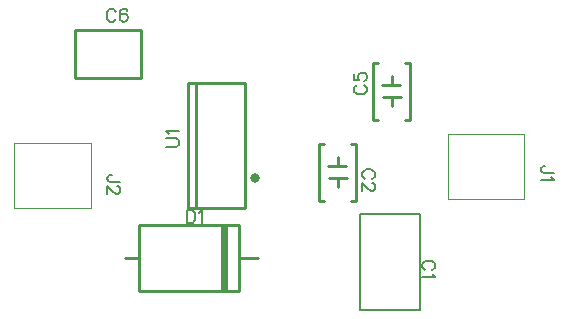
<source format=gto>
G04 Layer: TopSilkscreenLayer*
G04 EasyEDA v6.5.34, 2023-12-21 17:11:59*
G04 12d045cc0dbe4403be4ac363432de5ab,1733c34252f04aa8848ca1e28a7e2cb8,10*
G04 Gerber Generator version 0.2*
G04 Scale: 100 percent, Rotated: No, Reflected: No *
G04 Dimensions in millimeters *
G04 leading zeros omitted , absolute positions ,4 integer and 5 decimal *
%FSLAX45Y45*%
%MOMM*%

%ADD10C,0.1524*%
%ADD11C,0.1778*%
%ADD12C,0.2540*%
%ADD13C,0.1001*%
%ADD14C,0.4000*%

%LPD*%
D10*
X3759708Y480821D02*
G01*
X3770122Y486155D01*
X3780536Y496570D01*
X3785615Y506729D01*
X3785615Y527557D01*
X3780536Y537971D01*
X3770122Y548386D01*
X3759708Y553720D01*
X3743959Y558800D01*
X3718052Y558800D01*
X3702558Y553720D01*
X3692143Y548386D01*
X3681729Y537971D01*
X3676650Y527557D01*
X3676650Y506729D01*
X3681729Y496570D01*
X3692143Y486155D01*
X3702558Y480821D01*
X3764788Y446531D02*
G01*
X3770122Y436118D01*
X3785615Y420623D01*
X3676650Y420623D01*
X3251708Y1255521D02*
G01*
X3262122Y1260855D01*
X3272536Y1271270D01*
X3277615Y1281429D01*
X3277615Y1302257D01*
X3272536Y1312671D01*
X3262122Y1323086D01*
X3251708Y1328420D01*
X3235959Y1333500D01*
X3210052Y1333500D01*
X3194558Y1328420D01*
X3184143Y1323086D01*
X3173729Y1312671D01*
X3168650Y1302257D01*
X3168650Y1281429D01*
X3173729Y1271270D01*
X3184143Y1260855D01*
X3194558Y1255521D01*
X3251708Y1216152D02*
G01*
X3256788Y1216152D01*
X3267202Y1210818D01*
X3272536Y1205737D01*
X3277615Y1195323D01*
X3277615Y1174495D01*
X3272536Y1164081D01*
X3267202Y1159002D01*
X3256788Y1153668D01*
X3246374Y1153668D01*
X3235959Y1159002D01*
X3220465Y1169415D01*
X3168650Y1221231D01*
X3168650Y1148587D01*
X3123691Y2046478D02*
G01*
X3113277Y2041144D01*
X3102863Y2030729D01*
X3097784Y2020570D01*
X3097784Y1999742D01*
X3102863Y1989328D01*
X3113277Y1978913D01*
X3123691Y1973579D01*
X3139440Y1968500D01*
X3165347Y1968500D01*
X3180841Y1973579D01*
X3191256Y1978913D01*
X3201670Y1989328D01*
X3206750Y1999742D01*
X3206750Y2020570D01*
X3201670Y2030729D01*
X3191256Y2041144D01*
X3180841Y2046478D01*
X3097784Y2142997D02*
G01*
X3097784Y2091181D01*
X3144520Y2085847D01*
X3139440Y2091181D01*
X3134106Y2106676D01*
X3134106Y2122170D01*
X3139440Y2137918D01*
X3149600Y2148331D01*
X3165347Y2153412D01*
X3175761Y2153412D01*
X3191256Y2148331D01*
X3201670Y2137918D01*
X3206750Y2122170D01*
X3206750Y2106676D01*
X3201670Y2091181D01*
X3196590Y2085847D01*
X3186175Y2080768D01*
X1081278Y2667507D02*
G01*
X1075944Y2677921D01*
X1065529Y2688336D01*
X1055370Y2693415D01*
X1034542Y2693415D01*
X1024128Y2688336D01*
X1013713Y2677921D01*
X1008379Y2667507D01*
X1003300Y2651760D01*
X1003300Y2625852D01*
X1008379Y2610357D01*
X1013713Y2599944D01*
X1024128Y2589529D01*
X1034542Y2584450D01*
X1055370Y2584450D01*
X1065529Y2589529D01*
X1075944Y2599944D01*
X1081278Y2610357D01*
X1177797Y2677921D02*
G01*
X1172718Y2688336D01*
X1156970Y2693415D01*
X1146810Y2693415D01*
X1131062Y2688336D01*
X1120647Y2672587D01*
X1115568Y2646679D01*
X1115568Y2620771D01*
X1120647Y2599944D01*
X1131062Y2589529D01*
X1146810Y2584450D01*
X1151889Y2584450D01*
X1167384Y2589529D01*
X1177797Y2599944D01*
X1183131Y2615437D01*
X1183131Y2620771D01*
X1177797Y2636265D01*
X1167384Y2646679D01*
X1151889Y2651760D01*
X1146810Y2651760D01*
X1131062Y2646679D01*
X1120647Y2636265D01*
X1115568Y2620771D01*
X1681479Y986536D02*
G01*
X1681479Y877570D01*
X1681479Y986536D02*
G01*
X1717802Y986536D01*
X1733550Y981455D01*
X1743710Y971042D01*
X1749044Y960628D01*
X1754123Y944879D01*
X1754123Y918971D01*
X1749044Y903478D01*
X1743710Y893063D01*
X1733550Y882650D01*
X1717802Y877570D01*
X1681479Y877570D01*
X1788413Y965707D02*
G01*
X1798828Y971042D01*
X1814576Y986536D01*
X1814576Y877570D01*
X4788915Y1306829D02*
G01*
X4705858Y1306829D01*
X4690109Y1312163D01*
X4685029Y1317244D01*
X4679950Y1327657D01*
X4679950Y1338071D01*
X4685029Y1348486D01*
X4690109Y1353820D01*
X4705858Y1358900D01*
X4716272Y1358900D01*
X4768088Y1272539D02*
G01*
X4773422Y1262379D01*
X4788915Y1246631D01*
X4679950Y1246631D01*
X1118615Y1230629D02*
G01*
X1035557Y1230629D01*
X1019810Y1235963D01*
X1014729Y1241044D01*
X1009650Y1251457D01*
X1009650Y1261871D01*
X1014729Y1272286D01*
X1019810Y1277620D01*
X1035557Y1282700D01*
X1045971Y1282700D01*
X1092707Y1191260D02*
G01*
X1097787Y1191260D01*
X1108202Y1186179D01*
X1113536Y1180845D01*
X1118615Y1170431D01*
X1118615Y1149604D01*
X1113536Y1139189D01*
X1108202Y1134110D01*
X1097787Y1129029D01*
X1087373Y1129029D01*
X1076960Y1134110D01*
X1061465Y1144523D01*
X1009650Y1196339D01*
X1009650Y1123695D01*
X1509788Y1523987D02*
G01*
X1587766Y1523987D01*
X1603260Y1529067D01*
X1613674Y1539481D01*
X1618754Y1555229D01*
X1618754Y1565643D01*
X1613674Y1581137D01*
X1603260Y1591551D01*
X1587766Y1596631D01*
X1509788Y1596631D01*
X1530616Y1630921D02*
G01*
X1525282Y1641335D01*
X1509788Y1657083D01*
X1618754Y1657083D01*
D11*
X3403600Y139700D02*
G01*
X3149600Y139700D01*
X3149600Y952500D01*
X3657600Y952500D01*
X3657600Y139700D01*
X3403600Y139700D01*
D12*
X2881840Y1358900D02*
G01*
X3034240Y1358900D01*
X2959100Y1358900D02*
G01*
X2959100Y1435100D01*
X2959100Y1257300D02*
G01*
X2959100Y1181100D01*
X3036359Y1257300D02*
G01*
X2883959Y1257300D01*
X3119102Y1548096D02*
G01*
X3119099Y1068103D01*
X2799097Y1068103D02*
G01*
X2799100Y1548096D01*
X3119102Y1548096D02*
G01*
X3071342Y1548096D01*
X2846857Y1548096D02*
G01*
X2799100Y1548096D01*
X3119099Y1068103D02*
G01*
X3071342Y1068103D01*
X2846857Y1068103D02*
G01*
X2799097Y1068103D01*
X3493559Y1943100D02*
G01*
X3341159Y1943100D01*
X3416300Y1943100D02*
G01*
X3416300Y1866900D01*
X3416300Y2044700D02*
G01*
X3416300Y2120900D01*
X3339040Y2044700D02*
G01*
X3491440Y2044700D01*
X3256297Y1753903D02*
G01*
X3256300Y2233896D01*
X3576302Y2233896D02*
G01*
X3576299Y1753903D01*
X3256297Y1753903D02*
G01*
X3304057Y1753903D01*
X3528542Y1753903D02*
G01*
X3576299Y1753903D01*
X3256300Y2233896D02*
G01*
X3304057Y2233896D01*
X3528542Y2233896D02*
G01*
X3576302Y2233896D01*
X736600Y2514600D02*
G01*
X736600Y2108200D01*
X1295400Y2108200D01*
X1295400Y2514600D01*
X736600Y2514600D01*
X1279039Y864199D02*
G01*
X2129038Y864199D01*
X2129038Y304200D01*
X1163040Y584200D02*
G01*
X1273040Y584200D01*
X1999038Y864199D02*
G01*
X1999038Y304200D01*
X2129038Y584200D02*
G01*
X2289037Y584200D01*
X2019038Y864199D02*
G01*
X2019038Y304200D01*
X2129038Y304200D02*
G01*
X1279039Y304200D01*
X1979038Y864199D02*
G01*
X1979038Y304200D01*
X1275039Y304200D02*
G01*
X1275039Y864199D01*
D13*
X4541393Y1635912D02*
G01*
X4541393Y1081912D01*
X3891406Y1081912D01*
X3891406Y1635912D01*
X4541393Y1635912D01*
X871093Y1559712D02*
G01*
X871093Y1005712D01*
X221106Y1005712D01*
X221106Y1559712D01*
X871093Y1559712D01*
D12*
X1697197Y1006586D02*
G01*
X1697197Y2066787D01*
X2177006Y2066787D01*
X2177006Y1006586D01*
X1697705Y1006586D01*
X1697197Y1006586D01*
X1757113Y2066683D02*
G01*
X1757113Y1006690D01*
D14*
G75*
G01*
X2239604Y1259690D02*
G03*
X2239604Y1259944I20000J127D01*
M02*

</source>
